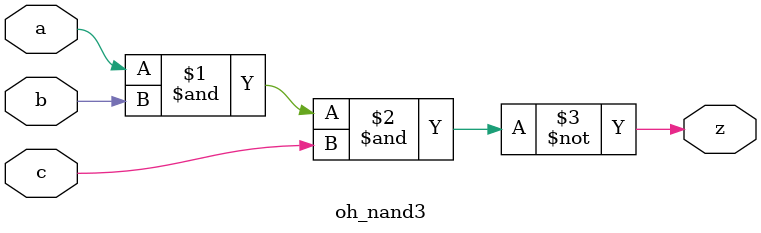
<source format=v>
module oh_nand3(	// file.cleaned.mlir:2:3
  input  a,	// file.cleaned.mlir:2:26
         b,	// file.cleaned.mlir:2:38
         c,	// file.cleaned.mlir:2:50
  output z	// file.cleaned.mlir:2:63
);

  assign z = ~(a & b & c);	// file.cleaned.mlir:4:10, :5:10, :6:5
endmodule


</source>
